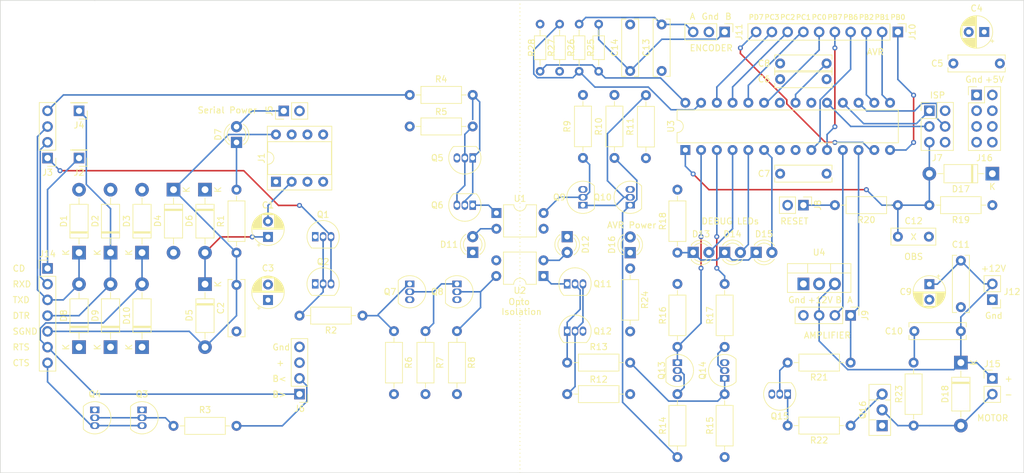
<source format=kicad_pcb>
(kicad_pcb (version 20221018) (generator pcbnew)
  (layers (0 "F.Cu" signal) (1 "In1.Cu" power "5V.Cu") (2 "In2.Cu" power "Gnd.Cu") (31 "B.Cu" signal) (34 "B.Paste" user) (35 "F.Paste" user) (36 "B.SilkS" user "B.Silkscreen") (37 "F.SilkS" user "F.Silkscreen") (38 "B.Mask" user) (39 "F.Mask" user) (44 "Edge.Cuts" user))
  (net 0 "")
  (net 1 "/OptoIsolation/Serial_Gnd")
  (net 2 "Net-(D17-A)")
  (net 3 "+5V")
  (net 4 "Net-(D5-K)")
  (net 5 "Net-(Q10-B)")
  (net 6 "Net-(J1-Pin_2)")
  (net 7 "/OptoIsolation/Vcc")
  (net 8 "/OptoIsolation/VoutL")
  (net 9 "Net-(Q11-C)")
  (net 10 "Net-(U3-AREF)")
  (net 11 "Net-(Q11-B)")
  (net 12 "Net-(C10-Pad2)")
  (net 13 "Net-(D7-K)")
  (net 14 "Net-(D7-A)")
  (net 15 "Net-(Q13-B)")
  (net 16 "Net-(D11-A)")
  (net 17 "Net-(D12-A)")
  (net 18 "/OptoIsolation/VinL")
  (net 19 "/Serial/SGND")
  (net 20 "/Serial/RTS")
  (net 21 "/Serial/TXD")
  (net 22 "/Serial/DTR")
  (net 23 "GND")
  (net 24 "Net-(D13-K)")
  (net 25 "/Amplifier/Motor-")
  (net 26 "/AVR/Rx")
  (net 27 "Net-(Q1-B)")
  (net 28 "/Inverter/VoutL")
  (net 29 "Net-(D13-A)")
  (net 30 "Net-(D14-A)")
  (net 31 "Net-(Q3-B)")
  (net 32 "/Inverter/VinL")
  (net 33 "Net-(D15-A)")
  (net 36 "Net-(Q15-B)")
  (net 37 "/Serial/CTS")
  (net 38 "/AVR/Tx")
  (net 41 "/Serial/CD")
  (net 42 "Net-(J3-Pin_1)")
  (net 43 "/AVR/PWMB")
  (net 44 "/AVR/PWMA")
  (net 45 "/Serial/RXD")
  (net 46 "Net-(J6-Pin_2)")
  (net 47 "Net-(J7-MISO)")
  (net 48 "Net-(J7-SCK)")
  (net 49 "Net-(J7-MOSI)")
  (net 50 "Net-(Q5-C)")
  (net 51 "Net-(Q5-B)")
  (net 52 "Net-(Q6-C)")
  (net 53 "Net-(Q7-B)")
  (net 54 "Net-(Q8-B)")
  (net 55 "Net-(Q9-B)")
  (net 56 "Net-(Q11-E)")
  (net 57 "/AVR/IntA")
  (net 58 "/AVR/IntB")
  (net 59 "Net-(Q14-B)")
  (net 60 "Net-(Q15-C)")
  (net 61 "Net-(Q16-B)")
  (net 62 "Net-(J8-Pin_1)")
  (net 63 "+12V")
  (net 64 "Net-(J10-Pin_1)")
  (net 65 "Net-(J10-Pin_2)")
  (net 66 "Net-(J10-Pin_3)")
  (net 67 "Net-(J10-Pin_4)")
  (net 68 "Net-(J10-Pin_5)")
  (net 69 "Net-(J10-Pin_6)")
  (net 70 "Net-(J10-Pin_7)")
  (net 71 "Net-(J10-Pin_8)")
  (net 72 "Net-(J10-Pin_9)")
  (net 73 "Net-(J10-Pin_10)")
  (net 74 "Net-(D16-K)")
  (net 75 "Net-(J11-Pin_3)")
  (net 76 "Net-(J11-Pin_1)")
  (footprint "Resistor_THT:R_Axial_DIN0207_L6.3mm_D2.5mm_P10.16mm_Horizontal" (layer "F.Cu") (at 157.48 91.48 90)
    (fp_text reference "R18")
    (fp_text value "330")
  )
  (footprint "Resistor_THT:R_Axial_DIN0207_L6.3mm_D2.5mm_P10.16mm_Horizontal" (layer "F.Cu") (at 185.42 109.22 180)
    (fp_text reference "R21")
    (fp_text value "3K3")
  )
  (footprint "Resistor_THT:R_Axial_DIN0207_L6.3mm_D2.5mm_P10.16mm_Horizontal" (layer "F.Cu") (at 149.86 94.02 -90)
    (fp_text reference "R24")
    (fp_text value "330")
  )
  (footprint "Package_DIP:DIP-4_W7.62mm" (layer "F.Cu") (at 135.88 95.255 180)
    (fp_text reference "U2")
    (fp_text value "PC817")
  )
  (footprint "Package_TO_SOT_THT:TO-92_Inline" (layer "F.Cu") (at 121.92 96.52 -90)
    (fp_text reference "Q8")
    (fp_text value "BC547")
  )
  (footprint "Connector_PinHeader_2.54mm:PinHeader_1x10_P2.54mm_Vertical" (layer "F.Cu") (at 193.04 55.88 -90)
    (fp_text reference "J10")
    (fp_text value "Conn_01x10")
  )
  (footprint "Connector_PinHeader_2.54mm:PinHeader_1x01_P2.54mm_Vertical" (layer "F.Cu") (at 60.96 68.6 180)
    (fp_text reference "J4")
    (fp_text value "SIP1")
  )
  (footprint "Capacitor_THT:C_Rect_L9.0mm_W2.5mm_P7.50mm_MKT" (layer "F.Cu") (at 201.99 60.96)
    (fp_text reference "C5")
    (fp_text value "1n")
  )
  (footprint "Resistor_THT:R_Axial_DIN0207_L6.3mm_D2.5mm_P10.16mm_Horizontal" (layer "F.Cu") (at 106.68 101.64 180)
    (fp_text reference "R2")
    (fp_text value "100")
  )
  (footprint "Capacitor_THT:CP_Radial_D5.0mm_P2.50mm" (layer "F.Cu") (at 91.44 99.124888 90)
    (fp_text reference "C3")
    (fp_text value "10u")
  )
  (footprint "LED_THT:LED_D3.0mm" (layer "F.Cu") (at 165.1 91.44)
    (fp_text reference "D14")
    (fp_text value "LED2")
  )
  (footprint "Package_DIP:DIP-8_W7.62mm_Socket" (layer "F.Cu") (at 92.72 80.04 90)
    (fp_text reference "J1")
    (fp_text value "DIP8")
  )
  (footprint "Capacitor_THT:C_Rect_L9.0mm_W2.5mm_P7.50mm_MKT" (layer "F.Cu") (at 149.86 62.17 90)
    (fp_text reference "C14")
    (fp_text value "100n")
  )
  (footprint "Diode_THT:D_DO-41_SOD81_P10.16mm_Horizontal" (layer "F.Cu") (at 81.28 81.32 -90)
    (fp_text reference "D6")
    (fp_text value "~")
  )
  (footprint "Package_DIP:DIP-4_W7.62mm" (layer "F.Cu") (at 128.28 85.085)
    (fp_text reference "U1")
    (fp_text value "PC817")
  )
  (footprint "Connector_PinHeader_2.54mm:PinHeader_1x02_P2.54mm_Vertical" (layer "F.Cu") (at 93.98 68.62 90)
    (fp_text reference "J5")
    (fp_text value "SIP2")
  )
  (footprint "Connector_PinHeader_2.54mm:PinHeader_1x02_P2.54mm_Vertical" (layer "F.Cu") (at 208.28 111.76)
    (fp_text reference "J15")
    (fp_text value "SIP2")
  )
  (footprint "Connector_PinHeader_2.54mm:PinHeader_1x01_P2.54mm_Vertical" (layer "F.Cu") (at 60.96 76.22 180)
    (fp_text reference "J2")
    (fp_text value "SIP1")
  )
  (footprint "Resistor_THT:R_Axial_DIN0204_L3.6mm_D1.6mm_P7.62mm_Horizontal" (layer "F.Cu") (at 144.78 54.61 -90)
    (fp_text reference "R25")
    (fp_text value "10k")
  )
  (footprint "Diode_THT:D_DO-41_SOD81_P10.16mm_Horizontal" (layer "F.Cu") (at 66.04 91.48 90)
    (fp_text reference "D2")
    (fp_text value "~")
  )
  (footprint "Connector_PinHeader_2.54mm:PinHeader_1x02_P2.54mm_Vertical" (layer "F.Cu") (at 208.28 99.06 180)
    (fp_text reference "J12")
    (fp_text value "Gnd +12V")
  )
  (footprint "Resistor_THT:R_Axial_DIN0207_L6.3mm_D2.5mm_P10.16mm_Horizontal" (layer "F.Cu") (at 147.32 66.04 -90)
    (fp_text reference "R10")
    (fp_text value "100K")
  )
  (footprint "Connector_PinHeader_2.54mm:PinHeader_1x03_P2.54mm_Vertical" (layer "F.Cu") (at 165.1 55.88 -90)
    (fp_text reference "J11")
    (fp_text value "SIP3")
  )
  (footprint "Resistor_THT:R_Axial_DIN0207_L6.3mm_D2.5mm_P10.16mm_Horizontal" (layer "F.Cu") (at 193.04 83.82 180)
    (fp_text reference "R20")
    (fp_text value "330")
  )
  (footprint "Resistor_THT:R_Axial_DIN0207_L6.3mm_D2.5mm_P10.16mm_Horizontal" (layer "F.Cu") (at 86.36 81.32 -90)
    (fp_text reference "R1")
    (fp_text value "3K3")
  )
  (footprint "LED_THT:LED_D3.0mm" (layer "F.Cu") (at 124.46 91.44 90)
    (fp_text reference "D11")
    (fp_text value "LED")
  )
  (footprint "Resistor_THT:R_Axial_DIN0204_L3.6mm_D1.6mm_P7.62mm_Horizontal" (layer "F.Cu") (at 141.63 54.61 -90)
    (fp_text reference "R26")
    (fp_text value "10k")
  )
  (footprint "Connector_PinHeader_2.54mm:PinHeader_1x04_P2.54mm_Vertical" (layer "F.Cu") (at 55.88 76.22 180)
    (fp_text reference "J3")
    (fp_text value "SIP4")
  )
  (footprint "Package_TO_SOT_THT:TO-92_Inline" (layer "F.Cu") (at 124.46 76.2 180)
    (fp_text reference "Q5")
    (fp_text value "BC557")
  )
  (footprint "Resistor_THT:R_Axial_DIN0207_L6.3mm_D2.5mm_P10.16mm_Horizontal" (layer "F.Cu") (at 165.1 124.46 90)
    (fp_text reference "R15")
    (fp_text value "100K")
  )
  (footprint "Resistor_THT:R_Axial_DIN0207_L6.3mm_D2.5mm_P10.16mm_Horizontal" (layer "F.Cu") (at 86.36 119.42 180)
    (fp_text reference "R3")
    (fp_text value "100")
  )
  (footprint "Package_TO_SOT_THT:TO-92_Inline" (layer "F.Cu") (at 99.06 96.52)
    (fp_text reference "Q2")
    (fp_text value "BC557")
  )
  (footprint "LED_THT:LED_D3.0mm" (layer "F.Cu") (at 86.36 73.7 90)
    (fp_text reference "D7")
    (fp_text value "LED")
  )
  (footprint "Capacitor_THT:C_Rect_L9.0mm_W2.5mm_P7.50mm_MKT" (layer "F.Cu") (at 174.05 60.96)
    (fp_text reference "C8")
    (fp_text value "100n")
  )
  (footprint "Diode_THT:D_DO-41_SOD81_P10.16mm_Horizontal" (layer "F.Cu") (at 71.12 91.48 90)
    (fp_text reference "D3")
    (fp_text value "~")
  )
  (footprint "Connector_PinHeader_2.54mm:PinHeader_2x04_P2.54mm_Vertical" (layer "F.Cu") (at 205.74 66.04)
    (fp_text reference "J16")
    (fp_text value "Gnd +5V")
  )
  (footprint "Resistor_THT:R_Axial_DIN0207_L6.3mm_D2.5mm_P10.16mm_Horizontal" (layer "F.Cu") (at 142.24 66.04 -90)
    (fp_text reference "R9")
    (fp_text value "10K")
  )
  (footprint "Resistor_THT:R_Axial_DIN0207_L6.3mm_D2.5mm_P10.16mm_Horizontal" (layer "F.Cu") (at 208.28 83.82 180)
    (fp_text reference "R19")
    (fp_text value "10K")
  )
  (footprint "Package_TO_SOT_THT:TO-92_Inline" (layer "F.Cu") (at 149.86 83.82 90)
    (fp_text reference "Q10")
    (fp_text value "BC547")
  )
  (footprint "Resistor_THT:R_Axial_DIN0207_L6.3mm_D2.5mm_P10.16mm_Horizontal" (layer "F.Cu") (at 116.84 104.14 -90)
    (fp_text reference "R7")
    (fp_text value "100K")
  )
  (footprint "Package_TO_SOT_THT:TO-92_Inline" (layer "F.Cu") (at 157.48 109.22 -90)
    (fp_text reference "Q13")
    (fp_text value "BC547")
  )
  (footprint "Diode_THT:D_DO-41_SOD81_P10.16mm_Horizontal" (layer "F.Cu") (at 60.96 106.72 90)
    (fp_text reference "D8")
    (fp_text value "~")
  )
  (footprint "Resistor_THT:R_Axial_DIN0207_L6.3mm_D2.5mm_P10.16mm_Horizontal" (layer "F.Cu") (at 139.7 114.3)
    (fp_text reference "R12")
    (fp_text value "330")
  )
  (footprint "Capacitor_THT:C_Rect_L9.0mm_W2.5mm_P7.50mm_MKT" (layer "F.Cu") (at 154.94 62.17 90)
    (fp_text reference "C13")
    (fp_text value "100n")
  )
  (footprint "Diode_THT:D_DO-41_SOD81_P10.16mm_Horizontal" (layer "F.Cu") (at 203.2 109.22 -90)
    (fp_text reference "D18")
    (fp_text value "1N4004")
  )
  (footprint "Capacitor_THT:C_Rect_L7.0mm_W2.5mm_P5.00mm" (layer "F.Cu") (at 198.04 88.9 180)
    (fp_text reference "C12")
    (fp_text value "100n (OBS)")
  )
  (footprint "Package_TO_SOT_THT:TO-92_Inline" (layer "F.Cu") (at 63.5 116.84 -90)
    (fp_text reference "Q4")
    (fp_text value "BC557")
  )
  (footprint "LED_THT:LED_D3.0mm" (layer "F.Cu") (at 139.7 88.9 -90)
    (fp_text reference "D12")
    (fp_text value "LED")
  )
  (footprint "Connector_PinHeader_2.54mm:PinHeader_1x04_P2.54mm_Vertical" (layer "F.Cu") (at 96.52 114.3 180)
    (fp_text reference "J6")
    (fp_text value "SIP4")
  )
  (footprint "LED_THT:LED_D3.0mm" (layer "F.Cu") (at 170.18 91.44)
    (fp_text reference "D15")
    (fp_text value "LED3")
  )
  (footprint "Resistor_THT:R_Axial_DIN0204_L3.6mm_D1.6mm_P7.62mm_Horizontal" (layer "F.Cu") (at 135.33 54.61 -90)
    (fp_text reference "R28")
    (fp_text value "10k")
  )
  (footprint "Resistor_THT:R_Axial_DIN0204_L3.6mm_D1.6mm_P7.62mm_Horizontal" (layer "F.Cu") (at 138.48 54.61 -90)
    (fp_text reference "R27")
    (fp_text value "10k")
  )
  (footprint "Resistor_THT:R_Axial_DIN0207_L6.3mm_D2.5mm_P10.16mm_Horizontal" (layer "F.Cu") (at 195.58 119.38 90)
    (fp_text reference "R23")
    (fp_text value "100")
  )
  (footprint "Package_DIP:DIP-28_W7.62mm" (layer "F.Cu") (at 158.76 74.92 90)
    (fp_text reference "U3")
    (fp_text value "ATmega88")
  )
  (footprint "Resistor_THT:R_Axial_DIN0207_L6.3mm_D2.5mm_P10.16mm_Horizontal" (layer "F.Cu") (at 124.46 66.04 180)
    (fp_text reference "R4")
    (fp_text value "10K")
  )
  (footprint "Package_TO_SOT_THT:TO-92_Inline" (layer "F.Cu") (at 175.26 114.3 180)
    (fp_text reference "Q15")
    (fp_text value "BC557")
  )
  (footprint "Diode_THT:D_DO-41_SOD81_P10.16mm_Horizontal" (layer "F.Cu") (at 66.04 106.72 90)
    (fp_text reference "D9")
    (fp_text value "~")
  )
  (footprint "Package_TO_SOT_THT:TO-92_Inline" (layer "F.Cu") (at 99.06 88.9)
    (fp_text reference "Q1")
    (fp_text value "BC547")
  )
  (footprint "Resistor_THT:R_Axial_DIN0207_L6.3mm_D2.5mm_P10.16mm_Horizontal" (layer "F.Cu") (at 185.42 119.38 180)
    (fp_text reference "R22")
    (fp_text value "100")
  )
  (footprint "Package_TO_SOT_THT:TO-126-3_Vertical" (layer "F.Cu") (at 190.5 119.38 90)
    (fp_text reference "Q16")
    (fp_text value "BD179")
  )
  (footprint "Resistor_THT:R_Axial_DIN0207_L6.3mm_D2.5mm_P10.16mm_Horizontal" (layer "F.Cu") (at 111.76 104.14 -90)
    (fp_text reference "R6")
    (fp_text value "100K")
  )
  (footprint "Resistor_THT:R_Axial_DIN0207_L6.3mm_D2.5mm_P10.16mm_Horizontal" (layer "F.Cu") (at 152.4 76.24 90)
    (fp_text reference "R11")
    (fp_text value "100K")
  )
  (footprint "Package_TO_SOT_THT:TO-92_Inline" (layer "F.Cu") (at 165.1 111.76 90)
    (fp_text reference "Q14")
    (fp_text value "BC547")
  )
  (footprint "Capacitor_THT:C_Rect_L9.0mm_W2.5mm_P7.50mm_MKT" (layer "F.Cu") (at 86.36 96.68 -90)
    (fp_text reference "C2")
    (fp_text value "1u")
  )
  (footprint "Resistor_THT:R_Axial_DIN0207_L6.3mm_D2.5mm_P10.16mm_Horizontal" (layer "F.Cu") (at 149.86 109.22 180)
    (fp_text reference "R13")
    (fp_text value "10K")
  )
  (footprint "Package_TO_SOT_THT:TO-92_Inline" (layer "F.Cu") (at 114.3 96.52 -90)
    (fp_text reference "Q7")
    (fp_text value "BC547")
  )
  (footprint "Package_TO_SOT_THT:TO-92_Inline" (layer "F.Cu") (at 139.7 96.52)
    (fp_text reference "Q11")
    (fp_text value "BC557")
  )
  (footprint "Capacitor_THT:C_Rect_L9.0mm_W2.5mm_P7.50mm_MKT" (layer "F.Cu") (at 174.05 63.5)
    (fp_text reference "C6")
    (fp_text value "100n")
  )
  (footprint "Connector_PinHeader_2.54mm:PinHeader_2x03_P2.54mm_Vertical" (layer "F.Cu") (at 198.12 68.58)
    (fp_text reference "J7")
    (fp_text value "AVR-ISP")
  )
  (footprint "Package_TO_SOT_THT:TO-92_Inline" (layer "F.Cu") (at 139.7 104.14)
    (fp_text reference "Q12")
    (fp_text value "BC557")
  )
  (footprint "Resistor_THT:R_Axial_DIN0207_L6.3mm_D2.5mm_P10.16mm_Horizontal" (layer "F.Cu") (at 157.48 106.68 90)
    (fp_text reference "R16")
    (fp_text value "100K")
  )
  (footprint "Connector_PinHeader_2.54mm:PinHeader_1x04_P2.54mm_Vertical" (layer "F.Cu") (at 185.42 101.6 -90)
    (fp_text reference "J9")
    (fp_text value "SIP4")
  )
  (footprint "Package_TO_SOT_THT:TO-92_Inline" (layer "F.Cu") (at 142.24 83.82 90)
    (fp_text reference "Q9")
    (fp_text value "BC547")
  )
  (footprint "Capacitor_THT:C_Rect_L9.0mm_W2.5mm_P7.50mm_MKT" (layer "F.Cu") (at 203.2 104.14 180)
    (fp_text reference "C10")
    (fp_text value "100n")
  )
  (footprint "Diode_THT:D_DO-41_SOD81_P10.16mm_Horizontal" (layer "F.Cu") (at 81.28 96.56 -90)
    (fp_text reference "D5")
    (fp_text value "~")
  )
  (footprint "Connector_PinHeader_2.54mm:PinHeader_1x07_P2.54mm_Vertical" (layer "F.Cu") (at 55.88 94.02)
    (fp_text reference "J14")
    (fp_text value "SIP7")
  )
  (footprint "Capacitor_THT:CP_Radial_D5.0mm_P2.50mm" (layer "F.Cu") (at 91.44 88.94 90)
    (fp_text reference "C1")
    (fp_text value "10u")
  )
  (footprint "Resistor_THT:R_Axial_DIN0207_L6.3mm_D2.5mm_P10.16mm_Horizontal" (layer "F.Cu") (at 114.3 71.12)
    (fp_text reference "R5")
    (fp_text value "330")
  )
  (footprint "Capacitor_THT:CP_Radial_D5.0mm_P2.50mm" (layer "F.Cu") (at 198.12 96.56 -90)
    (fp_text reference "C9")
    (fp_text value "1u")
  )
  (footprint "Resistor_THT:R_Axial_DIN0207_L6.3mm_D2.5mm_P10.16mm_Horizontal" (layer "F.Cu") (at 121.92 104.14 -90)
    (fp_text reference "R8")
    (fp_text value "10K")
  )
  (footprint "Diode_THT:D_DO-41_SOD81_P10.16mm_Horizontal" (layer "F.Cu") (at 76.2 81.32 -90)
    (fp_text reference "D4")
    (fp_text value "9V")
  )
  (footprint "Diode_THT:D_DO-41_SOD81_P10.16mm_Horizontal" (layer "F.Cu") (at 60.96 91.48 90)
    (fp_text reference "D1")
    (fp_text value "~")
  )
  (footprint "LED_THT:LED_D3.0mm" (layer "F.Cu") (at 149.86 91.48 90)
    (fp_text reference "D16")
    (fp_text value "LEDP")
  )
  (footprint "LED_THT:LED_D3.0mm" (layer "F.Cu") (at 160.02 91.44)
    (fp_text reference "D13")
    (fp_text value "LED1")
  )
  (footprint "Connector_PinHeader_2.54mm:PinHeader_1x02_P2.54mm_Vertical" (layer "F.Cu") (at 177.8 83.82 -90)
    (fp_text reference "J8")
    (fp_text value "RESET")
  )
  (footprint "Diode_THT:D_DO-41_SOD81_P10.16mm_Horizontal" (layer "F.Cu") (at 71.12 106.72 90)
    (fp_text reference "D10")
    (fp_text value "~")
  )
  (footprint "Capacitor_THT:CP_Radial_D5.0mm_P2.50mm" (layer "F.Cu") (at 206.97 55.88 180)
    (fp_text reference "C4")
    (fp_text value "1u")
  )
  (footprint "Package_TO_SOT_THT:TO-92_Inline" (layer "F.Cu") (at 71.12 116.84 -90)
    (fp_text reference "Q3")
    (fp_text value "BC547")
  )
  (footprint "Capacitor_THT:C_Rect_L9.0mm_W2.5mm_P7.50mm_MKT" (layer "F.Cu") (at 181.55 78.74 180)
    (fp_text reference "C7")
    (fp_text value "100n")
  )
  (footprint "Diode_THT:D_DO-41_SOD81_P10.16mm_Horizontal" (layer "F.Cu") (at 208.28 78.74 180)
    (fp_text reference "D17")
    (fp_text value "ESD")
  )
  (footprint "Resistor_THT:R_Axial_DIN0207_L6.3mm_D2.5mm_P10.16mm_Horizontal" (layer "F.Cu") (at 157.48 124.46 90)
    (fp_text reference "R14")
    (fp_text value "10K")
  )
  (footprint "Resistor_THT:R_Axial_DIN0207_L6.3mm_D2.5mm_P10.16mm_Horizontal" (layer "F.Cu") (at 165.1 106.68 90)
    (fp_text reference "R17")
    (fp_text value "10K")
  )
  (footprint "Capacitor_THT:C_Rect_L9.0mm_W2.5mm_P7.50mm_MKT" (layer "F.Cu") (at 203.2 100.27 90)
    (fp_text reference "C11")
    (fp_text value "1n")
  )
  (footprint "Package_TO_SOT_THT:TO-92_Inline" (layer "F.Cu") (at 124.46 83.82 180)
    (fp_text reference "Q6")
    (fp_text value "BC557")
  )
  (footprint "Package_TO_SOT_THT:TO-220-3_Vertical" (layer "F.Cu") (at 177.8 96.52)
    (fp_text reference "U4")
    (fp_text value "L7805CV")
  )
  (gr_line (start 132.08 127) (end 132.08 50.8) (stroke (width 0.15) (type dot)) (layer "F.SilkS"))
  (gr_line (start 213.36 127) (end 213.36 50.8) (stroke (width 0.1)) (layer "Edge.Cuts"))
  (gr_line (start 63.5 50.8) (end 48.26 50.8) (stroke (width 0.1)) (layer "Edge.Cuts"))
  (gr_line (start 213.36 50.8) (end 63.5 50.8) (stroke (width 0.1)) (layer "Edge.Cuts"))
  (gr_line (start 48.26 127) (end 213.36 127) (stroke (width 0.1)) (layer "Edge.Cuts"))
  (gr_line (start 48.26 50.8) (end 48.26 127) (stroke (width 0.1)) (layer "Edge.Cuts"))
  (gr_text "RXD" (at 50.165 97.155) (layer "F.SilkS") (effects (font (size 1 1)) (justify left bottom)))
  (gr_text "RESET" (at 173.99 86.995) (layer "F.SilkS") (effects (font (size 1 1)) (justify left bottom)))
  (gr_text "X" (at 195.58 89.535) (layer "F.SilkS") (effects (font (size 1 1)) (justify bottom)))
  (gr_text "CTS" (at 50.165 109.855) (layer "F.SilkS") (effects (font (size 1 1)) (justify left bottom)))
  (gr_text "PC3" (at 171.45 53.975) (layer "F.SilkS") (effects (font (size 0.8 0.8)) (justify left bottom)))
  (gr_text "OBS" (at 195.58 92.71) (layer "F.SilkS") (effects (font (size 1 1)) (justify bottom)))
  (gr_text "SGND" (at 50.165 104.775) (layer "F.SilkS") (effects (font (size 1 1)) (justify left bottom)))
  (gr_text "+" (at 210.185 112.395) (layer "F.SilkS") (effects (font (size 1 1)) (justify left bottom)))
  (gr_text "B<" (at 92.075 112.395) (layer "F.SilkS") (effects (font (size 1 1)) (justify left bottom)))
  (gr_text "PC0" (at 179.07 53.975) (layer "F.SilkS") (effects (font (size 0.8 0.8)) (justify left bottom)))
  (gr_text "PC2" (at 173.99 53.975) (layer "F.SilkS") (effects (font (size 0.8 0.8)) (justify left bottom)))
  (gr_text "Gnd" (at 161.29 53.975) (layer "F.SilkS") (effects (font (size 1 1)) (justify left bottom)))
  (gr_text "ISP" (at 198.12 66.675) (layer "F.SilkS") (effects (font (size 1 1)) (justify left bottom)))
  (gr_text "A" (at 184.785 99.695) (layer "F.SilkS") (effects (font (size 1 1)) (justify left bottom)))
  (gr_text "PD7" (at 168.91 53.975) (layer "F.SilkS") (effects (font (size 0.8 0.8)) (justify left bottom)))
  (gr_text "DTR" (at 50.165 102.235) (layer "F.SilkS") (effects (font (size 1 1)) (justify left bottom)))
  (gr_text "PB1" (at 189.23 53.975) (layer "F.SilkS") (effects (font (size 0.8 0.8)) (justify left bottom)))
  (gr_text "+12V" (at 178.435 99.695) (layer "F.SilkS") (effects (font (size 1 1)) (justify left bottom)))
  (gr_text "-" (at 210.185 114.935) (layer "F.SilkS") (effects (font (size 1 1)) (justify left bottom)))
  (gr_text "B>" (at 92.075 114.935) (layer "F.SilkS") (effects (font (size 1 1)) (justify left bottom)))
  (gr_text "DEBUG LEDs" (at 161.29 86.995) (layer "F.SilkS") (effects (font (size 1 1)) (justify left bottom)))
  (gr_text "PB2" (at 186.69 53.975) (layer "F.SilkS") (effects (font (size 0.8 0.8)) (justify left bottom)))
  (gr_text "Gnd" (at 203.835 64.135) (layer "F.SilkS") (effects (font (size 1 1)) (justify left bottom)))
  (gr_text "AVR Power" (at 146.05 87.63) (layer "F.SilkS") (effects (font (size 1 1)) (justify left bottom)))
  (gr_text "+12V" (at 206.375 94.615) (layer "F.SilkS") (effects (font (size 1 1)) (justify left bottom)))
  (gr_text "PB0" (at 191.77 53.975) (layer "F.SilkS") (effects (font (size 0.8 0.8)) (justify left bottom)))
  (gr_text "Serial Power" (at 80.01 69.088) (layer "F.SilkS") (effects (font (size 1 1)) (justify left bottom)))
  (gr_text "B" (at 165.1 53.975) (layer "F.SilkS") (effects (font (size 1 1)) (justify left bottom)))
  (gr_text "PC1" (at 176.53 53.975) (layer "F.SilkS") (effects (font (size 0.8 0.8)) (justify left bottom)))
  (gr_text "PB6" (at 184.15 53.975) (layer "F.SilkS") (effects (font (size 0.8 0.8)) (justify left bottom)))
  (gr_text "+" (at 92.71 109.855) (layer "F.SilkS") (effects (font (size 1 1)) (justify left bottom)))
  (gr_text "A" (at 159.385 53.975) (layer "F.SilkS") (effects (font (size 1 1)) (justify left bottom)))
  (gr_text "Gnd" (at 207.01 102.235) (layer "F.SilkS") (effects (font (size 1 1)) (justify left bottom)))
  (gr_text "AVR" (at 187.96 59.69) (layer "F.SilkS") (effects (font (size 1 1)) (justify left bottom)))
  (gr_text "TXD" (at 50.165 99.695) (layer "F.SilkS") (effects (font (size 1 1)) (justify left bottom)))
  (gr_text "B" (at 182.88 99.695) (layer "F.SilkS") (effects (font (size 1 1)) (justify left bottom)))
  (gr_text "ENCODER" (at 159.385 59.055) (layer "F.SilkS") (effects (font (size 1 1)) (justify left bottom)))
  (gr_text "AMPLIFIER" (at 177.8 105.41) (layer "F.SilkS") (effects (font (size 1 1)) (justify left bottom)))
  (gr_text "PB7" (at 181.61 53.975) (layer "F.SilkS") (effects (font (size 0.8 0.8)) (justify left bottom)))
  (gr_text "Gnd" (at 92.075 107.315) (layer "F.SilkS") (effects (font (size 1 1)) (justify left bottom)))
  (gr_text "CD" (at 50.165 94.615) (layer "F.SilkS") (effects (font (size 1 1)) (justify left bottom)))
  (gr_text "MOTOR" (at 205.74 118.745) (layer "F.SilkS") (effects (font (size 1 1)) (justify left bottom)))
  (gr_text "Opto \nIsolation" (at 132.334 101.6) (layer "F.SilkS") (effects (font (size 1 1)) (justify bottom)))
  (gr_text "RTS" (at 50.165 107.315) (layer "F.SilkS") (effects (font (size 1 1)) (justify left bottom)))
  (gr_text "+5V" (at 207.01 64.135) (layer "F.SilkS") (effects (font (size 1 1)) (justify left bottom)))
  (gr_text "Gnd" (at 175.26 99.695) (layer "F.SilkS") (effects (font (size 1 1)) (justify left bottom)))
  (segment (start 162.56 81.32) (end 160.02 78.78) (width 0.25) (layer "F.Cu") (net 2))
  (segment (start 187.96 81.32) (end 162.56 81.32) (width 0.25) (layer "F.Cu") (net 2))
  (via (at 187.96 81.32) (size 0.8) (drill 0.4) (layers "F.Cu" "B.Cu") (net 2))
  (via (at 160.02 78.78) (size 0.8) (drill 0.4) (layers "F.Cu" "B.Cu") (net 2))
  (segment (start 158.76 77.52) (end 158.76 74.92) (width 0.25) (layer "B.Cu") (net 2))
  (segment (start 198.12 83.82) (end 198.12 78.74) (width 0.25) (layer "B.Cu") (net 2))
  (segment (start 190.46 83.82) (end 187.96 81.32) (width 0.25) (layer "B.Cu") (net 2))
  (segment (start 193.04 83.82) (end 193.04 88.9) (width 0.25) (layer "B.Cu") (net 2))
  (segment (start 193.04 83.82) (end 190.46 83.82) (width 0.25) (layer "B.Cu") (net 2))
  (segment (start 193.04 83.82) (end 198.08 83.82) (width 0.25) (layer "B.Cu") (net 2))
  (segment (start 160.02 78.78) (end 158.76 77.52) (width 0.25) (layer "B.Cu") (net 2))
  (segment (start 198.08 83.82) (end 198.12 83.86) (width 0.25) (layer "B.Cu") (net 2))
  (segment (start 198.12 78.74) (end 198.12 73.66) (width 0.25) (layer "B.Cu") (net 2))
  (segment (start 88.9 88.94) (end 83.82 88.94) (width 0.25) (layer "F.Cu") (net 4))
  (segment (start 83.82 88.94) (end 81.28 91.48) (width 0.25) (layer "F.Cu") (net 4))
  (via (at 88.9 88.94) (size 0.8) (drill 0.4) (layers "F.Cu" "B.Cu") (net 4))
  (segment (start 91.44 88.94) (end 88.9 88.94) (width 0.25) (layer "B.Cu") (net 4))
  (segment (start 81.28 96.56) (end 81.28 91.48) (width 0.25) (layer "B.Cu") (net 4))
  (segment (start 152.4 66.08) (end 146.195 72.285) (width 0.25) (layer "B.Cu") (net 5))
  (segment (start 146.195 79.885) (end 148.86 82.55) (width 0.25) (layer "B.Cu") (net 5))
  (segment (start 148.86 82.55) (end 147.55 83.86) (width 0.25) (layer "B.Cu") (net 5))
  (segment (start 147.55 83.86) (end 142.24 83.86) (width 0.25) (layer "B.Cu") (net 5))
  (segment (start 146.195 72.285) (end 146.195 79.885) (width 0.25) (layer "B.Cu") (net 5))
  (segment (start 149.86 82.55) (end 148.86 82.55) (width 0.25) (layer "B.Cu") (net 5))
  (segment (start 91.44 86.44) (end 91.44 83.86) (width 0.25) (layer "B.Cu") (net 6))
  (segment (start 91.44 83.86) (end 95.26 80.04) (width 0.25) (layer "B.Cu") (net 6))
  (segment (start 96.44 109.3) (end 96.52 109.22) (width 0.25) (layer "B.Cu") (net 7))
  (segment (start 109.22 101.64) (end 109.22 101.442918) (width 0.25) (layer "B.Cu") (net 8))
  (segment (start 109.22 101.442918) (end 114.102918 96.56) (width 0.25) (layer "B.Cu") (net 8))
  (segment (start 109.22 101.64) (end 109.26 101.64) (width 0.25) (layer "B.Cu") (net 8))
  (segment (start 109.26 101.64) (end 111.76 104.14) (width 0.25) (layer "B.Cu") (net 8))
  (segment (start 114.102918 96.56) (end 114.3 96.56) (width 0.25) (layer "B.Cu") (net 8))
  (segment (start 106.68 101.64) (end 109.22 101.64) (width 0.25) (layer "B.Cu") (net 8))
  (segment (start 139.7 96.52) (end 137.145 96.52) (width 0.25) (layer "B.Cu") (net 9))
  (segment (start 137.145 96.52) (end 135.88 95.255) (width 0.25) (layer "B.Cu") (net 9))
  (segment (start 176.54 67.3) (end 176.54 65.97) (width 0.25) (layer "B.Cu") (net 10))
  (segment (start 176.54 65.97) (end 181.55 60.96) (width 0.25) (layer "B.Cu") (net 10))
  (segment (start 139.7 102.712918) (end 139.7 104.14) (width 0.25) (layer "B.Cu") (net 11))
  (segment (start 140.97 96.52) (end 141.39 96.94) (width 0.25) (layer "B.Cu") (net 11))
  (segment (start 139.7 109.22) (end 139.7 104.14) (width 0.25) (layer "B.Cu") (net 11))
  (segment (start 141.79 97.497082) (end 141.79 100.622918) (width 0.25) (layer "B.Cu") (net 11))
  (segment (start 141.39 96.94) (end 141.39 97.097082) (width 0.25) (layer "B.Cu") (net 11))
  (segment (start 141.79 100.622918) (end 139.7 102.712918) (width 0.25) (layer "B.Cu") (net 11))
  (segment (start 141.39 97.097082) (end 141.79 97.497082) (width 0.25) (layer "B.Cu") (net 11))
  (segment (start 195.7 109.1) (end 195.58 109.22) (width 0.25) (layer "B.Cu") (net 12))
  (segment (start 195.7 104.14) (end 195.7 109.1) (width 0.25) (layer "B.Cu") (net 12))
  (segment (start 86.36 81.32) (end 86.36 73.7) (width 0.25) (layer "B.Cu") (net 13))
  (segment (start 86.36 71.16) (end 88.9 68.62) (width 0.25) (layer "B.Cu") (net 14))
  (segment (start 88.9 68.62) (end 93.98 68.62) (width 0.25) (layer "B.Cu") (net 14))
  (segment (start 158.555 111.145) (end 157.48 110.07) (width 0.25) (layer "B.Cu") (net 15))
  (segment (start 157.48 114.3) (end 158.555 113.225) (width 0.25) (layer "B.Cu") (net 15))
  (segment (start 158.555 113.225) (end 158.555 111.145) (width 0.25) (layer "B.Cu") (net 15))
  (segment (start 128.28 87.625) (end 125.735 87.625) (width 0.25) (layer "B.Cu") (net 16))
  (segment (start 125.735 87.625) (end 124.46 88.9) (width 0.25) (layer "B.Cu") (net 16))
  (segment (start 135.88 92.715) (end 138.425 92.715) (width 0.25) (layer "B.Cu") (net 17))
  (segment (start 138.425 92.715) (end 139.7 91.44) (width 0.25) (layer "B.Cu") (net 17))
  (segment (start 114.3 66.04) (end 58.44 66.04) (width 0.25) (layer "B.Cu") (net 18))
  (segment (start 58.44 66.04) (end 55.88 68.6) (width 0.25) (layer "B.Cu") (net 18))
  (segment (start 86.36 91.48) (end 76.2 81.32) (width 0.25) (layer "B.Cu") (net 19))
  (segment (start 86.36 101.64) (end 86.36 96.68) (width 0.25) (layer "B.Cu") (net 19))
  (segment (start 76.2 81.32) (end 85.1 72.42) (width 0.25) (layer "B.Cu") (net 19))
  (segment (start 78.74 104.18) (end 81.28 106.72) (width 0.25) (layer "B.Cu") (net 19))
  (segment (start 55.88 104.18) (end 78.74 104.18) (width 0.25) (layer "B.Cu") (net 19))
  (segment (start 85.1 72.42) (end 92.72 72.42) (width 0.25) (layer "B.Cu") (net 19))
  (segment (start 86.36 96.68) (end 86.36 91.48) (width 0.25) (layer "B.Cu") (net 19))
  (segment (start 81.28 106.72) (end 86.36 101.64) (width 0.25) (layer "B.Cu") (net 19))
  (segment (start 55.88 106.72) (end 54.705 105.545) (width 0.25) (layer "B.Cu") (net 20))
  (segment (start 64.865 102.815) (end 71.12 96.56) (width 0.25) (layer "B.Cu") (net 20))
  (segment (start 55.583299 102.815) (end 64.865 102.815) (width 0.25) (layer "B.Cu") (net 20))
  (segment (start 55.88 106.72) (end 63.46 114.3) (width 0.25) (layer "B.Cu") (net 20))
  (segment (start 54.705 105.545) (end 54.705 103.693299) (width 0.25) (layer "B.Cu") (net 20))
  (segment (start 54.705 103.693299) (end 55.583299 102.815) (width 0.25) (layer "B.Cu") (net 20))
  (segment (start 63.46 114.3) (end 96.52 114.3) (width 0.25) (layer "B.Cu") (net 20))
  (segment (start 71.12 96.56) (end 71.12 91.48) (width 0.25) (layer "B.Cu") (net 20))
  (segment (start 55.88 99.1) (end 58.42 99.1) (width 0.25) (layer "B.Cu") (net 21))
  (segment (start 60.96 96.56) (end 60.96 91.48) (width 0.25) (layer "B.Cu") (net 21))
  (segment (start 55.88 71.14) (end 54.255 72.765) (width 0.25) (layer "B.Cu") (net 21))
  (segment (start 54.255 72.765) (end 54.255 97.475) (width 0.25) (layer "B.Cu") (net 21))
  (segment (start 58.42 99.1) (end 60.96 96.56) (width 0.25) (layer "B.Cu") (net 21))
  (segment (start 54.255 97.475) (end 55.88 99.1) (width 0.25) (layer "B.Cu") (net 21))
  (segment (start 62.135 80.479745) (end 62.135 69.775) (width 0.25) (layer "B.Cu") (net 22))
  (segment (start 66.04 84.384745) (end 62.135 80.479745) (width 0.25) (layer "B.Cu") (net 22))
  (segment (start 55.88 101.64) (end 60.96 101.64) (width 0.25) (layer "B.Cu") (net 22))
  (segment (start 66.04 96.56) (end 66.04 91.48) (width 0.25) (layer "B.Cu") (net 22))
  (segment (start 62.135 69.775) (end 60.96 68.6) (width 0.25) (layer "B.Cu") (net 22))
  (segment (start 60.96 101.64) (end 66.04 96.56) (width 0.25) (layer "B.Cu") (net 22))
  (segment (start 66.04 91.48) (end 66.04 84.384745) (width 0.25) (layer "B.Cu") (net 22))
  (segment (start 157.48 91.48) (end 159.98 91.48) (width 0.25) (layer "B.Cu") (net 24))
  (segment (start 163.875 92.665) (end 165.1 91.44) (width 0.25) (layer "B.Cu") (net 24))
  (segment (start 161.245 92.665) (end 163.875 92.665) (width 0.25) (layer "B.Cu") (net 24))
  (segment (start 166.325 92.665) (end 168.955 92.665) (width 0.25) (layer "B.Cu") (net 24))
  (segment (start 168.955 92.665) (end 170.18 91.44) (width 0.25) (layer "B.Cu") (net 24))
  (segment (start 160.02 91.44) (end 161.245 92.665) (width 0.25) (layer "B.Cu") (net 24))
  (segment (start 159.98 91.48) (end 160.02 91.44) (width 0.25) (layer "B.Cu") (net 24))
  (segment (start 165.1 91.44) (end 166.325 92.665) (width 0.25) (layer "B.Cu") (net 24))
  (segment (start 193.04 119.38) (end 198.12 119.38) (width 0.25) (layer "B.Cu") (net 25))
  (segment (start 203.2 119.38) (end 198.16 119.38) (width 0.25) (layer "B.Cu") (net 25))
  (segment (start 208.28 114.3) (end 203.2 119.38) (width 0.25) (layer "B.Cu") (net 25))
  (segment (start 190.5 116.84) (end 193.04 119.38) (width 0.25) (layer "B.Cu") (net 25))
  (segment (start 161.29 88.9) (end 161.29 93.98) (width 0.25) (layer "F.Cu") (net 26))
  (segment (start 157.637082 109.22) (end 157.48 109.22) (width 0.25) (layer "F.Cu") (net 26))
  (via (at 161.29 93.98) (size 0.8) (drill 0.4) (layers "F.Cu" "B.Cu") (net 26))
  (via (at 161.29 88.9) (size 0.8) (drill 0.4) (layers "F.Cu" "B.Cu") (net 26))
  (segment (start 157.48 106.68) (end 157.48 109.22) (width 0.25) (layer "B.Cu") (net 26))
  (segment (start 161.29 93.98) (end 161.29 102.87) (width 0.25) (layer "B.Cu") (net 26))
  (segment (start 161.3 74.92) (end 161.3 88.89) (width 0.25) (layer "B.Cu") (net 26))
  (segment (start 161.3 88.89) (end 161.29 88.9) (width 0.25) (layer "B.Cu") (net 26))
  (segment (start 161.29 102.87) (end 157.48 106.68) (width 0.25) (layer "B.Cu") (net 26))
  (segment (start 96.52 101.64) (end 100.33 97.83) (width 0.25) (layer "B.Cu") (net 27))
  (segment (start 100.33 96.52) (end 100.33 88.9) (width 0.25) (layer "B.Cu") (net 27))
  (segment (start 100.33 97.83) (end 100.33 96.52) (width 0.25) (layer "B.Cu") (net 27))
  (segment (start 165.1 114.3) (end 165.1 111.76) (width 0.25) (layer "B.Cu") (net 28))
  (segment (start 149.86 109.22) (end 156.065 115.425) (width 0.25) (layer "B.Cu") (net 28))
  (segment (start 163.975 115.425) (end 165.1 114.3) (width 0.25) (layer "B.Cu") (net 28))
  (segment (start 156.065 115.425) (end 163.975 115.425) (width 0.25) (layer "B.Cu") (net 28))
  (segment (start 166.38 87.62) (end 162.56 91.44) (width 0.25) (layer "B.Cu") (net 29))
  (segment (start 166.38 74.92) (end 166.38 87.62) (width 0.25) (layer "B.Cu") (net 29))
  (segment (start 168.92 90.16) (end 167.64 91.44) (width 0.25) (layer "B.Cu") (net 30))
  (segment (start 168.92 74.92) (end 168.92 90.16) (width 0.25) (layer "B.Cu") (net 30))
  (segment (start 63.5 118.11) (end 71.12 118.11) (width 0.25) (layer "B.Cu") (net 31))
  (segment (start 71.12 118.11) (end 74.89 118.11) (width 0.25) (layer "B.Cu") (net 31))
  (segment (start 74.89 118.11) (end 76.2 119.42) (width 0.25) (layer "B.Cu") (net 31))
  (segment (start 150.935 82.902082) (end 149.977082 83.86) (width 0.25) (layer "B.Cu") (net 32))
  (segment (start 149.977082 83.86) (end 149.86 83.86) (width 0.25) (layer "B.Cu") (net 32))
  (segment (start 149.86 83.82) (end 148.635 85.045) (width 0.25) (layer "B.Cu") (net 32))
  (segment (start 148.635 85.045) (end 148.635 115.615) (width 0.25) (layer "B.Cu") (net 32))
  (segment (start 148.635 115.615) (end 157.48 124.46) (width 0.25) (layer "B.Cu") (net 32))
  (segment (start 147.32 76.2) (end 150.935 79.815) (width 0.25) (layer "B.Cu") (net 32))
  (segment (start 150.935 79.815) (end 150.935 82.902082) (width 0.25) (layer "B.Cu") (net 32))
  (segment (start 171.46 74.92) (end 172.72 76.18) (width 0.25) (layer "B.Cu") (net 33))
  (segment (start 172.72 76.18) (end 172.72 91.44) (width 0.25) (layer "B.Cu") (net 33))
  (segment (start 173.99 110.49) (end 175.26 109.22) (width 0.25) (layer "B.Cu") (net 36))
  (segment (start 173.99 114.3) (end 173.99 110.49) (width 0.25) (layer "B.Cu") (net 36))
  (segment (start 63.5 119.38) (end 71.12 119.38) (width 0.25) (layer "B.Cu") (net 37))
  (segment (start 62.95 119.38) (end 63.5 119.38) (width 0.25) (layer "B.Cu") (net 37))
  (segment (start 55.88 109.26) (end 55.88 112.31) (width 0.25) (layer "B.Cu") (net 37))
  (segment (start 55.88 112.31) (end 62.95 119.38) (width 0.25) (layer "B.Cu") (net 37))
  (segment (start 163.83 88.9) (end 163.83 93.98) (width 0.25) (layer "F.Cu") (net 38))
  (via (at 163.83 93.98) (size 0.8) (drill 0.4) (layers "F.Cu" "B.Cu") (net 38))
  (via (at 163.83 88.9) (size 0.8) (drill 0.4) (layers "F.Cu" "B.Cu") (net 38))
  (segment (start 165.1 95.25) (end 165.1 96.52) (width 0.25) (layer "B.Cu") (net 38))
  (segment (start 163.83 93.98) (end 165.1 95.25) (width 0.25) (layer "B.Cu") (net 38))
  (segment (start 163.84 74.92) (end 163.84 88.89) (width 0.25) (layer "B.Cu") (net 38))
  (segment (start 163.84 88.89) (end 163.83 88.9) (width 0.25) (layer "B.Cu") (net 38))
  (segment (start 55.88 94.02) (end 55.88 81.3) (width 0.25) (layer "B.Cu") (net 41))
  (segment (start 55.88 81.3) (end 60.96 76.22) (width 0.25) (layer "B.Cu") (net 41))
  (segment (start 57.8977 78.2577) (end 87.5277 78.2577) (width 0.25) (layer "F.Cu") (net 42))
  (segment (start 93.13 83.86) (end 96.52 83.86) (width 0.25) (layer "F.Cu") (net 42))
  (segment (start 87.5277 78.2577) (end 93.13 83.86) (width 0.25) (layer "F.Cu") (net 42))
  (via (at 57.8977 78.2577) (size 0.8) (drill 0.4) (layers "F.Cu" "B.Cu") (net 42))
  (via (at 96.52 83.86) (size 0.8) (drill 0.4) (layers "F.Cu" "B.Cu") (net 42))
  (segment (start 101.6 96.52) (end 101.6 88.94) (width 0.25) (layer "B.Cu") (net 42))
  (segment (start 101.6 88.742918) (end 101.6 88.9) (width 0.25) (layer "B.Cu") (net 42))
  (segment (start 55.88 76.22) (end 55.88 76.24) (width 0.25) (layer "B.Cu") (net 42))
  (segment (start 96.717082 83.86) (end 101.6 88.742918) (width 0.25) (layer "B.Cu") (net 42))
  (segment (start 55.88 76.24) (end 57.8977 78.2577) (width 0.25) (layer "B.Cu") (net 42))
  (segment (start 96.52 83.86) (end 96.717082 83.86) (width 0.25) (layer "B.Cu") (net 42))
  (segment (start 184.16 74.92) (end 184.16 100.32) (width 0.25) (layer "B.Cu") (net 43))
  (segment (start 184.16 100.32) (end 182.88 101.6) (width 0.25) (layer "B.Cu") (net 43))
  (segment (start 186.7 74.92) (end 186.7 100.32) (width 0.25) (layer "B.Cu") (net 44))
  (segment (start 186.7 100.32) (end 185.42 101.6) (width 0.25) (layer "B.Cu") (net 44))
  (segment (start 185.42 101.6) (end 185.42 109.22) (width 0.25) (layer "B.Cu") (net 44))
  (segment (start 55.88 96.56) (end 54.705 95.385) (width 0.25) (layer "B.Cu") (net 45))
  (segment (start 55.88 73.7) (end 55.88 73.68) (width 0.25) (layer "B.Cu") (net 45))
  (segment (start 54.705 74.875) (end 55.88 73.7) (width 0.25) (layer "B.Cu") (net 45))
  (segment (start 54.705 95.385) (end 54.705 74.875) (width 0.25) (layer "B.Cu") (net 45))
  (segment (start 93.75 119.42) (end 97.695 115.475) (width 0.25) (layer "B.Cu") (net 46))
  (segment (start 86.36 119.42) (end 93.75 119.42) (width 0.25) (layer "B.Cu") (net 46))
  (segment (start 97.695 112.935) (end 96.52 111.76) (width 0.25) (layer "B.Cu") (net 46))
  (segment (start 97.695 115.475) (end 97.695 112.935) (width 0.25) (layer "B.Cu") (net 46))
  (segment (start 184.16 67.3) (end 187.53 70.67) (width 0.25) (layer "B.Cu") (net 47))
  (segment (start 187.53 70.67) (end 196.03 70.67) (width 0.25) (layer "B.Cu") (net 47))
  (segment (start 196.03 70.67) (end 198.12 68.58) (width 0.25) (layer "B.Cu") (net 47))
  (segment (start 181.62 67.3) (end 185.44 71.12) (width 0.25) (layer "B.Cu") (net 48))
  (segment (start 185.44 71.12) (end 198.12 71.12) (width 0.25) (layer "B.Cu") (net 48))
  (segment (start 188.02 68.62) (end 195.73 68.62) (width 0.25) (layer "B.Cu") (net 49))
  (segment (start 196.945 67.405) (end 199.295 67.405) (width 0.25) (layer "B.Cu") (net 49))
  (segment (start 195.73 68.62) (end 196.945 67.405) (width 0.25) (layer "B.Cu") (net 49))
  (segment (start 186.7 67.3) (end 188.02 68.62) (width 0.25) (layer "B.Cu") (net 49))
  (segment (start 199.295 69.755) (end 200.66 71.12) (width 0.25) (layer "B.Cu") (net 49))
  (segment (start 199.295 67.405) (end 199.295 69.755) (width 0.25) (layer "B.Cu") (net 49))
  (segment (start 124.46 76.2) (end 124.46 81.895) (width 0.25) (layer "B.Cu") (net 50))
  (segment (start 124.46 76.2) (end 125.585 75.075) (width 0.25) (layer "B.Cu") (net 50))
  (segment (start 123.19 83.165) (end 123.19 83.82) (width 0.25) (layer "B.Cu") (net 50))
  (segment (start 125.585 67.165) (end 124.46 66.04) (width 0.25) (layer "B.Cu") (net 50))
  (segment (start 124.46 66.04) (end 124.46 69.995) (width 0.25) (layer "B.Cu") (net 50))
  (segment (start 124.46 81.895) (end 123.19 83.165) (width 0.25) (layer "B.Cu") (net 50))
  (segment (start 125.585 75.075) (end 125.585 67.165) (width 0.25) (layer "B.Cu") (net 50))
  (segment (start 124.46 71.12) (end 123.19 72.39) (width 0.25) (layer "B.Cu") (net 51))
  (segment (start 123.19 76.2) (end 123.19 80.625) (width 0.25) (layer "B.Cu") (net 51))
  (segment (start 123.19 80.625) (end 121.92 81.895) (width 0.25) (layer "B.Cu") (net 51))
  (segment (start 121.92 81.895) (end 121.92 83.82) (width 0.25) (layer "B.Cu") (net 51))
  (segment (start 123.19 72.39) (end 123.19 76.2) (width 0.25) (layer "B.Cu") (net 51))
  (segment (start 127.015 83.82) (end 128.28 85.085) (width 0.25) (layer "B.Cu") (net 52))
  (segment (start 124.46 83.82) (end 127.015 83.82) (width 0.25) (layer "B.Cu") (net 52))
  (segment (start 119.42 96.52) (end 121.92 96.52) (width 0.25) (layer "B.Cu") (net 53))
  (segment (start 114.3 97.79) (end 118.15 97.79) (width 0.25) (layer "B.Cu") (net 53))
  (segment (start 118.15 97.79) (end 119.42 96.52) (width 0.25) (layer "B.Cu") (net 53))
  (segment (start 118.15 102.87) (end 116.84 104.18) (width 0.25) (layer "B.Cu") (net 53))
  (segment (start 118.15 97.79) (end 118.15 102.87) (width 0.25) (layer "B.Cu") (net 53))
  (segment (start 121.92 97.79) (end 125.725 97.79) (width 0.25) (layer "B.Cu") (net 54))
  (segment (start 125.725 100.335) (end 125.725 97.79) (width 0.25) (layer "B.Cu") (net 54))
  (segment (start 125.725 97.79) (end 128.26 95.255) (width 0.25) (layer "B.Cu") (net 54))
  (segment (start 121.92 104.14) (end 125.725 100.335) (width 0.25) (layer "B.Cu") (net 54))
  (segment (start 142.24 82.55) (end 138.435 82.55) (width 0.25) (layer "B.Cu") (net 55))
  (segment (start 142.24 76.2) (end 143.315 77.275) (width 0.25) (layer "B.Cu") (net 55))
  (segment (start 143.315 77.275) (end 143.315 81.7) (width 0.25) (layer "B.Cu") (net 55))
  (segment (start 143.315 81.7) (end 142.465 82.55) (width 0.25) (layer "B.Cu") (net 55))
  (segment (start 138.435 82.55) (end 135.9 85.085) (width 0.25) (layer "B.Cu") (net 55))
  (segment (start 142.465 82.55) (end 142.24 82.55) (width 0.25) (layer "B.Cu") (net 55))
  (segment (start 140.97 113.07) (end 139.7 114.34) (width 0.25) (layer "B.Cu") (net 56))
  (segment (start 140.97 103.982918) (end 140.97 104.14) (width 0.25) (layer "B.Cu") (net 56))
  (segment (start 140.97 104.14) (end 140.97 113.07) (width 0.25) (layer "B.Cu") (net 56))
  (segment (start 142.24 96.52) (end 142.24 102.712918) (width 0.25) (layer "B.Cu") (net 56))
  (segment (start 142.24 102.712918) (end 140.97 103.982918) (width 0.25) (layer "B.Cu") (net 56))
  (segment (start 140.605 63.255) (end 134.905431 63.255) (width 0.25) (layer "B.Cu") (net 57))
  (segment (start 134.305 62.654569) (end 134.305 58.785) (width 0.25) (layer "B.Cu") (net 57))
  (segment (start 156.445 68.425) (end 152.79 64.77) (width 0.25) (layer "B.Cu") (net 57))
  (segment (start 134.305 58.785) (end 138.48 54.61) (width 0.25) (layer "B.Cu") (net 57))
  (segment (start 134.905431 63.255) (end 134.305 62.654569) (width 0.25) (layer "B.Cu") (net 57))
  (segment (start 144.17 64.77) (end 141.63 62.23) (width 0.25) (layer "B.Cu") (net 57))
  (segment (start 141.63 62.23) (end 140.605 63.255) (width 0.25) (layer "B.Cu") (net 57))
  (segment (start 152.79 64.77) (end 144.17 64.77) (width 0.25) (layer "B.Cu") (net 57))
  (segment (start 161.3 67.3) (end 160.175 68.425) (width 0.25) (layer "B.Cu") (net 57))
  (segment (start 160.175 68.425) (end 156.445 68.425) (width 0.25) (layer "B.Cu") (net 57))
  (segment (start 145.845 63.295) (end 144.78 62.23) (width 0.25) (layer "B.Cu") (net 58))
  (segment (start 154.755 63.295) (end 145.845 63.295) (width 0.25) (layer "B.Cu") (net 58))
  (segment (start 158.76 67.3) (end 154.755 63.295) (width 0.25) (layer "B.Cu") (net 58))
  (segment (start 143.755 61.205) (end 136.355 61.205) (width 0.25) (layer "B.Cu") (net 58))
  (segment (start 136.355 61.205) (end 135.33 62.23) (width 0.25) (layer "B.Cu") (net 58))
  (segment (start 144.78 62.23) (end 143.755 61.205) (width 0.25) (layer "B.Cu") (net 58))
  (segment (start 164.025 107.755) (end 165.1 106.68) (width 0.25) (layer "B.Cu") (net 59))
  (segment (start 164.025 109.572082) (end 164.025 107.755) (width 0.25) (layer "B.Cu") (net 59))
  (segment (start 165.1 110.49) (end 164.942918 110.49) (width 0.25) (layer "B.Cu") (net 59))
  (segment (start 164.942918 110.49) (end 164.025 109.572082) (width 0.25) (layer "B.Cu") (net 59))
  (segment (start 175.26 119.38) (end 175.26 114.34) (width 0.25) (layer "B.Cu") (net 60))
  (segment (start 185.42 119.38) (end 190.5 114.3) (width 0.25) (layer "B.Cu") (net 61))
  (segment (start 177.8 83.82) (end 182.88 83.82) (width 0.25) (layer "B.Cu") (net 62))
  (segment (start 198.12 96.56) (end 199.41 96.56) (width 0.25) (layer "B.Cu") (net 63))
  (segment (start 206.95 96.52) (end 203.2 92.77) (width 0.25) (layer "B.Cu") (net 63))
  (segment (start 180.34 101.6) (end 180.34 105.730991) (width 0.25) (layer "B.Cu") (net 63))
  (segment (start 203.2 109.22) (end 203.2 104.14) (width 0.25) (layer "B.Cu") (net 63))
  (segment (start 180.34 101.6) (end 180.34 99.06) (width 0.25) (layer "B.Cu") (net 63))
  (segment (start 205.78 109.22) (end 208.32 111.76) (width 0.25) (layer "B.Cu") (net 63))
  (segment (start 208.28 96.52) (end 206.95 96.52) (width 0.25) (layer "B.Cu") (net 63))
  (segment (start 180.34 99.06) (end 182.88 96.52) (width 0.25) (layer "B.Cu") (net 63))
  (segment (start 180.34 105.730991) (end 184.954009 110.345) (width 0.25) (layer "B.Cu") (net 63))
  (segment (start 199.41 96.56) (end 203.2 92.77) (width 0.25) (layer "B.Cu") (net 63))
  (segment (start 203.2 109.22) (end 205.78 109.22) (width 0.25) (layer "B.Cu") (net 63))
  (segment (start 208.28 96.780991) (end 203.2 101.860991) (width 0.25) (layer "B.Cu") (net 63))
  (segment (start 202.075 110.345) (end 203.2 109.22) (width 0.25) (layer "B.Cu") (net 63))
  (segment (start 184.954009 110.345) (end 202.075 110.345) (width 0.25) (layer "B.Cu") (net 63))
  (segment (start 203.2 101.860991) (end 203.2 104.14) (width 0.25) (layer "B.Cu") (net 63))
  (segment (start 208.28 96.52) (end 208.28 96.780991) (width 0.25) (layer "B.Cu") (net 63))
  (segment (start 195.58 73.7) (end 195.58 66.08) (width 0.25) (layer "F.Cu") (net 64))
  (via (at 195.58 73.7) (size 0.8) (drill 0.4) (layers "F.Cu" "B.Cu") (net 64))
  (via (at 195.58 66.08) (size 0.8) (drill 0.4) (layers "F.Cu" "B.Cu") (net 64))
  (segment (start 195.58 66.08) (end 193.04 63.54) (width 0.25) (layer "B.Cu") (net 64))
  (segment (start 193.04 63.54) (end 193.04 55.92) (width 0.25) (layer "B.Cu") (net 64))
  (segment (start 191.78 74.92) (end 194.36 74.92) (width 0.25) (layer "B.Cu") (net 64))
  (segment (start 194.36 74.92) (end 195.58 73.7) (width 0.25) (layer "B.Cu") (net 64))
  (segment (start 190.5 66.02) (end 191.78 67.3) (width 0.25) (layer "B.Cu") (net 65))
  (segment (start 190.5 55.88) (end 190.5 66.02) (width 0.25) (layer "B.Cu") (net 65))
  (segment (start 187.96 55.88) (end 187.96 66.02) (width 0.25) (layer "B.Cu") (net 66))
  (segment (start 187.96 66.02) (end 189.24 67.3) (width 0.25) (layer "B.Cu") (net 66))
  (segment (start 185.42 61.909009) (end 185.42 55.92) (width 0.25) (layer "B.Cu") (net 67))
  (segment (start 180.495 73.505) (end 180.495 66.834009) (width 0.25) (layer "B.Cu") (net 67))
  (segment (start 179.08 74.92) (end 180.495 73.505) (width 0.25) (layer "B.Cu") (net 67))
  (segment (start 180.495 66.834009) (end 185.42 61.909009) (width 0.25) (layer "B.Cu") (net 67))
  (segment (start 182.88 71.16) (end 182.88 58.46) (width 0.25) (layer "F.Cu") (net 68))
  (via (at 182.88 58.46) (size 0.8) (drill 0.4) (layers "F.Cu" "B.Cu") (net 68))
  (via (at 182.88 71.16) (size 0.8) (drill 0.4) (layers "F.Cu" "B.Cu") (net 68))
  (segment (start 181.62 74.92) (end 181.62 72.42) (width 0.25) (layer "B.Cu") (net 68))
  (segment (start 181.62 72.42) (end 182.88 71.16) (width 0.25) (layer "B.Cu") (net 68))
  (segment (start 182.88 58.46) (end 182.88 55.88) (width 0.25) (layer "B.Cu") (net 68))
  (segment (start 171.840991 67.3) (end 180.34 58.800991) (width 0.25) (layer "B.Cu") (net 69))
  (segment (start 180.34 58.800991) (end 180.34 55.88) (width 0.25) (layer "B.Cu") (net 69))
  (segment (start 171.46 67.3) (end 171.840991 67.3) (width 0.25) (layer "B.Cu") (net 69))
  (segment (start 168.92 67.3) (end 168.92 64.499009) (width 0.25) (layer "B.Cu") (net 70))
  (segment (start 168.92 64.499009) (end 177.539009 55.88) (width 0.25) (layer "B.Cu") (net 70))
  (segment (start 177.539009 55.88) (end 177.8 55.88) (width 0.25) (layer "B.Cu") (net 70))
  (segment (start 166.38 67.3) (end 166.38 64.76) (width 0.25) (layer "B.Cu") (net 71))
  (segment (start 166.38 64.76) (end 175.26 55.88) (width 0.25) (layer "B.Cu") (net 71))
  (segment (start 163.84 64.76) (end 172.72 55.88) (width 0.25) (layer "B.Cu") (net 72))
  (segment (start 163.84 67.3) (end 163.84 64.76) (width 0.25) (layer "B.Cu") (net 72))
  (segment (start 182.88 73.7) (end 181.349009 73.7) (width 0.25) (layer "F.Cu") (net 73))
  (segment (start 175.125 67.475991) (end 175.125 66.834009) (width 0.25) (layer "F.Cu") (net 73))
  (segment (start 167.64 59.349009) (end 167.64 58.46) (width 0.25) (layer "F.Cu") (net 73))
  (segment (start 181.349009 73.7) (end 175.125 67.475991) (width 0.25) (layer "F.Cu") (net 73))
  (segment (start 175.125 66.834009) (end 167.64 59.349009) (width 0.25) (layer "F.Cu") (net 73))
  (via (at 182.88 73.7) (size 0.8) (drill 0.4) (layers "F.Cu" "B.Cu") (net 73))
  (via (at 167.64 58.46) (size 0.8) (drill 0.4) (layers "F.Cu" "B.Cu") (net 73))
  (segment (start 189.24 74.92) (end 188.603604 74.92) (width 0.25) (layer "B.Cu") (net 73))
  (segment (start 188.603604 74.92) (end 187.383604 73.7) (width 0.25) (layer "B.Cu") (net 73))
  (segment (start 167.64 58.42) (end 170.18 55.88) (width 0.25) (layer "B.Cu") (net 73))
  (segment (start 167.64 58.46) (end 167.64 58.42) (width 0.25) (layer "B.Cu") (net 73))
  (segment (start 187.383604 73.7) (end 182.88 73.7) (width 0.25) (layer "B.Cu") (net 73))
  (segment (start 154.94 54.67) (end 158.81 54.67) (width 0.25) (layer "B.Cu") (net 75))
  (segment (start 142.695 53.545) (end 153.815 53.545) (width 0.25) (layer "B.Cu") (net 75))
  (segment (start 153.815 53.545) (end 154.94 54.67) (width 0.25) (layer "B.Cu") (net 75))
  (segment (start 158.81 54.67) (end 160.02 55.88) (width 0.25) (layer "B.Cu") (net 75))
  (segment (start 141.63 54.61) (end 142.695 53.545) (width 0.25) (layer "B.Cu") (net 75))
  (segment (start 154.975 57.055) (end 163.925 57.055) (width 0.25) (layer "B.Cu") (net 76))
  (segment (start 144.78 54.61) (end 144.78 57.09) (width 0.25) (layer "B.Cu") (net 76))
  (segment (start 144.78 57.09) (end 149.86 62.17) (width 0.25) (layer "B.Cu") (net 76))
  (segment (start 149.86 62.17) (end 154.975 57.055) (width 0.25) (layer "B.Cu") (net 76))
  (segment (start 163.925 57.055) (end 165.1 55.88) (width 0.25) (layer "B.Cu") (net 76))
)
</source>
